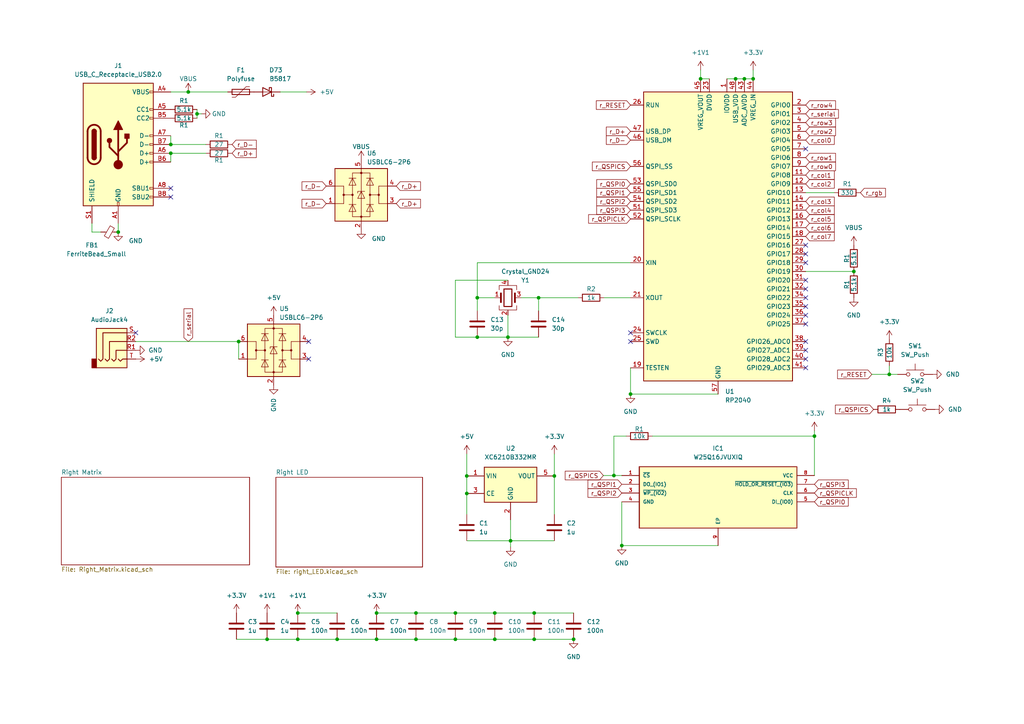
<source format=kicad_sch>
(kicad_sch (version 20230121) (generator eeschema)
  (paper "A4")
  (lib_symbols
    (symbol "Connector:USB_C_Receptacle_USB2.0" (pin_names (offset 1.016))
      (property "Reference" "J" (at -10.16 19.05 0))
      (property "Value" "USB_C_Receptacle_USB2.0" (at 19.05 19.05 0))
      (symbol "USB_C_Receptacle_USB2.0_0_0"
        (rectangle (start -0.254 -17.78) (end 0.254 -16.764))
        (rectangle (start 10.16 -14.986) (end 9.144 -15.494))
        (rectangle (start 10.16 -12.446) (end 9.144 -12.954))
        (rectangle (start 10.16 -4.826) (end 9.144 -5.334))
        (rectangle (start 10.16 -2.286) (end 9.144 -2.794))
        (rectangle (start 10.16 0.254) (end 9.144 -0.254))
        (rectangle (start 10.16 2.794) (end 9.144 2.286))
        (rectangle (start 10.16 7.874) (end 9.144 7.366))
        (rectangle (start 10.16 10.414) (end 9.144 9.906))
        (rectangle (start 10.16 15.494) (end 9.144 14.986))
      )
      (symbol "USB_C_Receptacle_USB2.0_0_1"
        (rectangle (start -10.16 17.78) (end 10.16 -17.78) (stroke (width 0.254)) (fill (type background)))
        (arc (start -8.89 -3.81) (mid -6.985 -5.7067) (end -5.08 -3.81) (stroke (width 0.508)))
        (arc (start -7.62 -3.81) (mid -6.985 -4.4423) (end -6.35 -3.81) (stroke (width 0.254)))
        (arc (start -7.62 -3.81) (mid -6.985 -4.4423) (end -6.35 -3.81) (stroke (width 0.254)) (fill (type outline)))
        (rectangle (start -7.62 -3.81) (end -6.35 3.81) (stroke (width 0.254)) (fill (type outline)))
        (arc (start -6.35 3.81) (mid -6.985 4.4423) (end -7.62 3.81) (stroke (width 0.254)))
        (arc (start -6.35 3.81) (mid -6.985 4.4423) (end -7.62 3.81) (stroke (width 0.254)) (fill (type outline)))
        (arc (start -5.08 3.81) (mid -6.985 5.7067) (end -8.89 3.81) (stroke (width 0.508)))
        (circle (center -2.54 1.143) (radius 0.635) (stroke (width 0.254)) (fill (type outline)))
        (circle (center 0 -5.842) (radius 1.27) (fill (type outline)))
        (polyline (pts (xy -8.89 -3.81) (xy -8.89 3.81)) (stroke (width 0.508)))
        (polyline (pts (xy -5.08 3.81) (xy -5.08 -3.81)) (stroke (width 0.508)))
        (polyline (pts (xy 0 -5.842) (xy 0 4.318)) (stroke (width 0.508)))
        (polyline (pts (xy 0 -3.302) (xy -2.54 -0.762) (xy -2.54 0.508)) (stroke (width 0.508)))
        (polyline (pts (xy 0 -2.032) (xy 2.54 0.508) (xy 2.54 1.778)) (stroke (width 0.508)))
        (polyline (pts (xy -1.27 4.318) (xy 0 6.858) (xy 1.27 4.318) (xy -1.27 4.318)) (stroke (width 0.254)) (fill (type outline)))
        (rectangle (start 1.905 1.778) (end 3.175 3.048) (stroke (width 0.254)) (fill (type outline)))
      )
      (symbol "USB_C_Receptacle_USB2.0_1_1"
        (pin passive line (at 0 -22.86 90) (length 5.08) (name "GND") (number "A1"))
        (pin passive line (at 0 -22.86 90) (length 5.08) hide (name "GND") (number "A12"))
        (pin passive line (at 15.24 15.24 180) (length 5.08) (name "VBUS") (number "A4"))
        (pin bidirectional line (at 15.24 10.16 180) (length 5.08) (name "CC1") (number "A5"))
        (pin bidirectional line (at 15.24 -2.54 180) (length 5.08) (name "D+") (number "A6"))
        (pin bidirectional line (at 15.24 2.54 180) (length 5.08) (name "D-") (number "A7"))
        (pin bidirectional line (at 15.24 -12.7 180) (length 5.08) (name "SBU1") (number "A8"))
        (pin passive line (at 15.24 15.24 180) (length 5.08) hide (name "VBUS") (number "A9"))
        (pin passive line (at 0 -22.86 90) (length 5.08) hide (name "GND") (number "B1"))
        (pin passive line (at 0 -22.86 90) (length 5.08) hide (name "GND") (number "B12"))
        (pin passive line (at 15.24 15.24 180) (length 5.08) hide (name "VBUS") (number "B4"))
        (pin bidirectional line (at 15.24 7.62 180) (length 5.08) (name "CC2") (number "B5"))
        (pin bidirectional line (at 15.24 -5.08 180) (length 5.08) (name "D+") (number "B6"))
        (pin bidirectional line (at 15.24 0 180) (length 5.08) (name "D-") (number "B7"))
        (pin bidirectional line (at 15.24 -15.24 180) (length 5.08) (name "SBU2") (number "B8"))
        (pin passive line (at 15.24 15.24 180) (length 5.08) hide (name "VBUS") (number "B9"))
        (pin passive line (at -7.62 -22.86 90) (length 5.08) (name "SHIELD") (number "S1"))
      )
    )
    (symbol "Connector_Audio:AudioJack4"
      (property "Reference" "J" (at 0 8.89 0))
      (property "Value" "AudioJack4" (at 0 6.35 0))
      (symbol "AudioJack4_0_1"
        (rectangle (start -6.35 -5.08) (end -7.62 -7.62) (stroke (width 0.254)) (fill (type outline)))
        (polyline (pts (xy 0 -5.08) (xy 0.635 -5.715) (xy 1.27 -5.08) (xy 2.54 -5.08)) (stroke (width 0.254)))
        (polyline (pts (xy -5.715 -5.08) (xy -5.08 -5.715) (xy -4.445 -5.08) (xy -4.445 2.54) (xy 2.54 2.54)) (stroke (width 0.254)))
        (polyline (pts (xy -1.905 -5.08) (xy -1.27 -5.715) (xy -0.635 -5.08) (xy -0.635 -2.54) (xy 2.54 -2.54)) (stroke (width 0.254)))
        (polyline (pts (xy 2.54 0) (xy -2.54 0) (xy -2.54 -5.08) (xy -3.175 -5.715) (xy -3.81 -5.08)) (stroke (width 0.254)))
        (rectangle (start 2.54 3.81) (end -6.35 -7.62) (stroke (width 0.254)) (fill (type background)))
      )
      (symbol "AudioJack4_1_1"
        (pin passive line (at 5.08 -2.54 180) (length 2.54) (name "~") (number "R1"))
        (pin passive line (at 5.08 0 180) (length 2.54) (name "~") (number "R2"))
        (pin passive line (at 5.08 2.54 180) (length 2.54) (name "~") (number "S"))
        (pin passive line (at 5.08 -5.08 180) (length 2.54) (name "~") (number "T"))
      )
    )
    (symbol "Device:C" (pin_numbers hide) (pin_names (offset 0.254))
      (property "Reference" "C" (at 0.635 2.54 0))
      (property "Value" "C" (at 0.635 -2.54 0))
      (symbol "C_0_1"
        (polyline (pts (xy -2.032 -0.762) (xy 2.032 -0.762)) (stroke (width 0.508)))
        (polyline (pts (xy -2.032 0.762) (xy 2.032 0.762)) (stroke (width 0.508)))
      )
      (symbol "C_1_1"
        (pin passive line (at 0 3.81 270) (length 2.794) (name "~") (number "1"))
        (pin passive line (at 0 -3.81 90) (length 2.794) (name "~") (number "2"))
      )
    )
    (symbol "Device:Crystal_GND24" (pin_names (offset 1.016) hide)
      (property "Reference" "Y" (at 3.175 5.08 0))
      (property "Value" "Crystal_GND24" (at 3.175 3.175 0))
      (symbol "Crystal_GND24_0_1"
        (rectangle (start -1.143 2.54) (end 1.143 -2.54) (stroke (width 0.3048)))
        (polyline (pts (xy -2.54 0) (xy -2.032 0)))
        (polyline (pts (xy -2.032 -1.27) (xy -2.032 1.27)) (stroke (width 0.508)))
        (polyline (pts (xy 0 -3.81) (xy 0 -3.556)))
        (polyline (pts (xy 0 3.556) (xy 0 3.81)))
        (polyline (pts (xy 2.032 -1.27) (xy 2.032 1.27)) (stroke (width 0.508)))
        (polyline (pts (xy 2.032 0) (xy 2.54 0)))
        (polyline (pts (xy -2.54 -2.286) (xy -2.54 -3.556) (xy 2.54 -3.556) (xy 2.54 -2.286)))
        (polyline (pts (xy -2.54 2.286) (xy -2.54 3.556) (xy 2.54 3.556) (xy 2.54 2.286)))
      )
      (symbol "Crystal_GND24_1_1"
        (pin passive line (at -3.81 0 0) (length 1.27) (name "1") (number "1"))
        (pin passive line (at 0 5.08 270) (length 1.27) (name "2") (number "2"))
        (pin passive line (at 3.81 0 180) (length 1.27) (name "3") (number "3"))
        (pin passive line (at 0 -5.08 90) (length 1.27) (name "4") (number "4"))
      )
    )
    (symbol "Device:D_Schottky" (pin_numbers hide) (pin_names (offset 1.016) hide)
      (property "Reference" "D" (at 0 2.54 0))
      (property "Value" "D_Schottky" (at 0 -2.54 0))
      (symbol "D_Schottky_0_1"
        (polyline (pts (xy 1.27 0) (xy -1.27 0)))
        (polyline (pts (xy 1.27 1.27) (xy 1.27 -1.27) (xy -1.27 0) (xy 1.27 1.27)) (stroke (width 0.254)))
        (polyline (pts (xy -1.905 0.635) (xy -1.905 1.27) (xy -1.27 1.27) (xy -1.27 -1.27) (xy -0.635 -1.27) (xy -0.635 -0.635)) (stroke (width 0.254)))
      )
      (symbol "D_Schottky_1_1"
        (pin passive line (at -3.81 0 0) (length 2.54) (name "K") (number "1"))
        (pin passive line (at 3.81 0 180) (length 2.54) (name "A") (number "2"))
      )
    )
    (symbol "Device:FerriteBead_Small" (pin_numbers hide) (pin_names (offset 0))
      (property "Reference" "FB" (at 1.905 1.27 0))
      (property "Value" "FerriteBead_Small" (at 1.905 -1.27 0))
      (symbol "FerriteBead_Small_0_1"
        (polyline (pts (xy 0 -1.27) (xy 0 -0.7874)))
        (polyline (pts (xy 0 0.889) (xy 0 1.2954)))
        (polyline (pts (xy -1.8288 0.2794) (xy -1.1176 1.4986) (xy 1.8288 -0.2032) (xy 1.1176 -1.4224) (xy -1.8288 0.2794)))
      )
      (symbol "FerriteBead_Small_1_1"
        (pin passive line (at 0 2.54 270) (length 1.27) (name "~") (number "1"))
        (pin passive line (at 0 -2.54 90) (length 1.27) (name "~") (number "2"))
      )
    )
    (symbol "Device:Polyfuse" (pin_numbers hide) (pin_names (offset 0))
      (property "Reference" "F" (at -2.54 0 90))
      (property "Value" "Polyfuse" (at 2.54 0 90))
      (symbol "Polyfuse_0_1"
        (rectangle (start -0.762 2.54) (end 0.762 -2.54) (stroke (width 0.254)))
        (polyline (pts (xy 0 2.54) (xy 0 -2.54)))
        (polyline (pts (xy -1.524 2.54) (xy -1.524 1.524) (xy 1.524 -1.524) (xy 1.524 -2.54)))
      )
      (symbol "Polyfuse_1_1"
        (pin passive line (at 0 3.81 270) (length 1.27) (name "~") (number "1"))
        (pin passive line (at 0 -3.81 90) (length 1.27) (name "~") (number "2"))
      )
    )
    (symbol "Device:R" (pin_numbers hide) (pin_names (offset 0))
      (property "Reference" "R" (at 2.032 0 90))
      (property "Value" "R" (at 0 0 90))
      (symbol "R_0_1"
        (rectangle (start -1.016 -2.54) (end 1.016 2.54) (stroke (width 0.254)))
      )
      (symbol "R_1_1"
        (pin passive line (at 0 3.81 270) (length 1.27) (name "~") (number "1"))
        (pin passive line (at 0 -3.81 90) (length 1.27) (name "~") (number "2"))
      )
    )
    (symbol "MCU_RaspberryPi:RP2040"
      (property "Reference" "U" (at 17.78 45.72 0))
      (property "Value" "RP2040" (at 17.78 43.18 0))
      (symbol "RP2040_0_1"
        (rectangle (start -21.59 41.91) (end 21.59 -41.91) (stroke (width 0.254)) (fill (type background)))
      )
      (symbol "RP2040_1_1"
        (pin power_in line (at 2.54 45.72 270) (length 3.81) (name "IOVDD") (number "1"))
        (pin passive line (at 2.54 45.72 270) (length 3.81) hide (name "IOVDD") (number "10"))
        (pin bidirectional line (at 25.4 17.78 180) (length 3.81) (name "GPIO8") (number "11"))
        (pin bidirectional line (at 25.4 15.24 180) (length 3.81) (name "GPIO9") (number "12"))
        (pin bidirectional line (at 25.4 12.7 180) (length 3.81) (name "GPIO10") (number "13"))
        (pin bidirectional line (at 25.4 10.16 180) (length 3.81) (name "GPIO11") (number "14"))
        (pin bidirectional line (at 25.4 7.62 180) (length 3.81) (name "GPIO12") (number "15"))
        (pin bidirectional line (at 25.4 5.08 180) (length 3.81) (name "GPIO13") (number "16"))
        (pin bidirectional line (at 25.4 2.54 180) (length 3.81) (name "GPIO14") (number "17"))
        (pin bidirectional line (at 25.4 0 180) (length 3.81) (name "GPIO15") (number "18"))
        (pin input line (at -25.4 -38.1 0) (length 3.81) (name "TESTEN") (number "19"))
        (pin bidirectional line (at 25.4 38.1 180) (length 3.81) (name "GPIO0") (number "2"))
        (pin input line (at -25.4 -7.62 0) (length 3.81) (name "XIN") (number "20"))
        (pin passive line (at -25.4 -17.78 0) (length 3.81) (name "XOUT") (number "21"))
        (pin passive line (at 2.54 45.72 270) (length 3.81) hide (name "IOVDD") (number "22"))
        (pin power_in line (at -2.54 45.72 270) (length 3.81) (name "DVDD") (number "23"))
        (pin output line (at -25.4 -27.94 0) (length 3.81) (name "SWCLK") (number "24"))
        (pin bidirectional line (at -25.4 -30.48 0) (length 3.81) (name "SWD") (number "25"))
        (pin input line (at -25.4 38.1 0) (length 3.81) (name "RUN") (number "26"))
        (pin bidirectional line (at 25.4 -2.54 180) (length 3.81) (name "GPIO16") (number "27"))
        (pin bidirectional line (at 25.4 -5.08 180) (length 3.81) (name "GPIO17") (number "28"))
        (pin bidirectional line (at 25.4 -7.62 180) (length 3.81) (name "GPIO18") (number "29"))
        (pin bidirectional line (at 25.4 35.56 180) (length 3.81) (name "GPIO1") (number "3"))
        (pin bidirectional line (at 25.4 -10.16 180) (length 3.81) (name "GPIO19") (number "30"))
        (pin bidirectional line (at 25.4 -12.7 180) (length 3.81) (name "GPIO20") (number "31"))
        (pin bidirectional line (at 25.4 -15.24 180) (length 3.81) (name "GPIO21") (number "32"))
        (pin passive line (at 2.54 45.72 270) (length 3.81) hide (name "IOVDD") (number "33"))
        (pin bidirectional line (at 25.4 -17.78 180) (length 3.81) (name "GPIO22") (number "34"))
        (pin bidirectional line (at 25.4 -20.32 180) (length 3.81) (name "GPIO23") (number "35"))
        (pin bidirectional line (at 25.4 -22.86 180) (length 3.81) (name "GPIO24") (number "36"))
        (pin bidirectional line (at 25.4 -25.4 180) (length 3.81) (name "GPIO25") (number "37"))
        (pin bidirectional line (at 25.4 -30.48 180) (length 3.81) (name "GPIO26_ADC0") (number "38"))
        (pin bidirectional line (at 25.4 -33.02 180) (length 3.81) (name "GPIO27_ADC1") (number "39"))
        (pin bidirectional line (at 25.4 33.02 180) (length 3.81) (name "GPIO2") (number "4"))
        (pin bidirectional line (at 25.4 -35.56 180) (length 3.81) (name "GPIO28_ADC2") (number "40"))
        (pin bidirectional line (at 25.4 -38.1 180) (length 3.81) (name "GPIO29_ADC3") (number "41"))
        (pin passive line (at 2.54 45.72 270) (length 3.81) hide (name "IOVDD") (number "42"))
        (pin power_in line (at 7.62 45.72 270) (length 3.81) (name "ADC_AVDD") (number "43"))
        (pin power_in line (at 10.16 45.72 270) (length 3.81) (name "VREG_IN") (number "44"))
        (pin power_out line (at -5.08 45.72 270) (length 3.81) (name "VREG_VOUT") (number "45"))
        (pin bidirectional line (at -25.4 27.94 0) (length 3.81) (name "USB_DM") (number "46"))
        (pin bidirectional line (at -25.4 30.48 0) (length 3.81) (name "USB_DP") (number "47"))
        (pin power_in line (at 5.08 45.72 270) (length 3.81) (name "USB_VDD") (number "48"))
        (pin passive line (at 2.54 45.72 270) (length 3.81) hide (name "IOVDD") (number "49"))
        (pin bidirectional line (at 25.4 30.48 180) (length 3.81) (name "GPIO3") (number "5"))
        (pin passive line (at -2.54 45.72 270) (length 3.81) hide (name "DVDD") (number "50"))
        (pin bidirectional line (at -25.4 7.62 0) (length 3.81) (name "QSPI_SD3") (number "51"))
        (pin output line (at -25.4 5.08 0) (length 3.81) (name "QSPI_SCLK") (number "52"))
        (pin bidirectional line (at -25.4 15.24 0) (length 3.81) (name "QSPI_SD0") (number "53"))
        (pin bidirectional line (at -25.4 10.16 0) (length 3.81) (name "QSPI_SD2") (number "54"))
        (pin bidirectional line (at -25.4 12.7 0) (length 3.81) (name "QSPI_SD1") (number "55"))
        (pin bidirectional line (at -25.4 20.32 0) (length 3.81) (name "QSPI_SS") (number "56"))
        (pin power_in line (at 0 -45.72 90) (length 3.81) (name "GND") (number "57"))
        (pin bidirectional line (at 25.4 27.94 180) (length 3.81) (name "GPIO4") (number "6"))
        (pin bidirectional line (at 25.4 25.4 180) (length 3.81) (name "GPIO5") (number "7"))
        (pin bidirectional line (at 25.4 22.86 180) (length 3.81) (name "GPIO6") (number "8"))
        (pin bidirectional line (at 25.4 20.32 180) (length 3.81) (name "GPIO7") (number "9"))
      )
    )
    (symbol "Power_Protection:USBLC6-2P6" (pin_names hide)
      (property "Reference" "U" (at 2.54 8.89 0))
      (property "Value" "USBLC6-2P6" (at 2.54 -8.89 0))
      (symbol "USBLC6-2P6_0_1"
        (rectangle (start -7.62 -7.62) (end 7.62 7.62) (stroke (width 0.254)) (fill (type background)))
        (circle (center -5.08 0) (radius 0.254) (fill (type outline)))
        (circle (center -2.54 0) (radius 0.254) (fill (type outline)))
        (rectangle (start -2.54 6.35) (end 2.54 -6.35))
        (circle (center 0 -6.35) (radius 0.254) (fill (type outline)))
        (polyline (pts (xy -5.08 -2.54) (xy -7.62 -2.54)))
        (polyline (pts (xy -5.08 0) (xy -5.08 -2.54)))
        (polyline (pts (xy -5.08 2.54) (xy -7.62 2.54)))
        (polyline (pts (xy -1.524 -2.794) (xy -3.556 -2.794)))
        (polyline (pts (xy -1.524 4.826) (xy -3.556 4.826)))
        (polyline (pts (xy 0 -7.62) (xy 0 -6.35)))
        (polyline (pts (xy 0 -6.35) (xy 0 1.27)))
        (polyline (pts (xy 0 1.27) (xy 0 6.35)))
        (polyline (pts (xy 0 6.35) (xy 0 7.62)))
        (polyline (pts (xy 1.524 -2.794) (xy 3.556 -2.794)))
        (polyline (pts (xy 1.524 4.826) (xy 3.556 4.826)))
        (polyline (pts (xy 5.08 -2.54) (xy 7.62 -2.54)))
        (polyline (pts (xy 5.08 0) (xy 5.08 -2.54)))
        (polyline (pts (xy 5.08 2.54) (xy 7.62 2.54)))
        (polyline (pts (xy -2.54 0) (xy -5.08 0) (xy -5.08 2.54)))
        (polyline (pts (xy 2.54 0) (xy 5.08 0) (xy 5.08 2.54)))
        (polyline (pts (xy -3.556 -4.826) (xy -1.524 -4.826) (xy -2.54 -2.794) (xy -3.556 -4.826)))
        (polyline (pts (xy -3.556 2.794) (xy -1.524 2.794) (xy -2.54 4.826) (xy -3.556 2.794)))
        (polyline (pts (xy -1.016 -1.016) (xy 1.016 -1.016) (xy 0 1.016) (xy -1.016 -1.016)))
        (polyline (pts (xy 1.016 1.016) (xy 0.762 1.016) (xy -1.016 1.016) (xy -1.016 0.508)))
        (polyline (pts (xy 3.556 -4.826) (xy 1.524 -4.826) (xy 2.54 -2.794) (xy 3.556 -4.826)))
        (polyline (pts (xy 3.556 2.794) (xy 1.524 2.794) (xy 2.54 4.826) (xy 3.556 2.794)))
        (circle (center 0 6.35) (radius 0.254) (fill (type outline)))
        (circle (center 2.54 0) (radius 0.254) (fill (type outline)))
        (circle (center 5.08 0) (radius 0.254) (fill (type outline)))
      )
      (symbol "USBLC6-2P6_1_1"
        (pin passive line (at -10.16 -2.54 0) (length 2.54) (name "I/O1") (number "1"))
        (pin passive line (at 0 -10.16 90) (length 2.54) (name "GND") (number "2"))
        (pin passive line (at 10.16 -2.54 180) (length 2.54) (name "I/O2") (number "3"))
        (pin passive line (at 10.16 2.54 180) (length 2.54) (name "I/O2") (number "4"))
        (pin passive line (at 0 10.16 270) (length 2.54) (name "VBUS") (number "5"))
        (pin passive line (at -10.16 2.54 0) (length 2.54) (name "I/O1") (number "6"))
      )
    )
    (symbol "Regulator_Linear:XC6210B332MR"
      (property "Reference" "U" (at 0 8.89 0))
      (property "Value" "XC6210B332MR" (at 0 6.35 0))
      (symbol "XC6210B332MR_0_1"
        (rectangle (start -7.62 5.08) (end 7.62 -5.08) (stroke (width 0.254)) (fill (type background)))
      )
      (symbol "XC6210B332MR_1_1"
        (pin power_in line (at -12.7 2.54 0) (length 5.08) (name "VIN") (number "1"))
        (pin power_in line (at 0 -10.16 90) (length 5.08) (name "GND") (number "2"))
        (pin input line (at -12.7 -2.54 0) (length 5.08) (name "CE") (number "3"))
        (pin no_connect line (at 12.7 -2.54 180) (length 5.08) hide (name "NC") (number "4"))
        (pin power_out line (at 12.7 2.54 180) (length 5.08) (name "VOUT") (number "5"))
      )
    )
    (symbol "Switch:SW_Push" (pin_numbers hide) (pin_names (offset 1.016) hide)
      (property "Reference" "SW" (at 1.27 2.54 0))
      (property "Value" "SW_Push" (at 0 -1.524 0))
      (symbol "SW_Push_0_1"
        (circle (center -2.032 0) (radius 0.508))
        (polyline (pts (xy 0 1.27) (xy 0 3.048)))
        (polyline (pts (xy 2.54 1.27) (xy -2.54 1.27)))
        (circle (center 2.032 0) (radius 0.508))
        (pin passive line (at -5.08 0 0) (length 2.54) (name "1") (number "1"))
        (pin passive line (at 5.08 0 180) (length 2.54) (name "2") (number "2"))
      )
    )
    (symbol "W25Q16JVUXIQ:W25Q16JVUXIQ" (pin_names (offset 1.016))
      (property "Reference" "IC" (at 52.07 7.62 0))
      (property "Value" "W25Q16JVUXIQ" (at 52.07 5.08 0))
      (symbol "W25Q16JVUXIQ_0_0"
        (polyline (pts (xy 5.08 2.54) (xy 5.08 -15.24)) (stroke (width 0.254)))
        (rectangle (start 5.08 -15.24) (end 50.8 2.54) (stroke (width 0.254)) (fill (type background)))
        (pin bidirectional line (at 0 0 0) (length 5.08) (name "~{CS}") (number "1"))
        (pin bidirectional line (at 0 -2.54 0) (length 5.08) (name "DO_(IO1)") (number "2"))
        (pin bidirectional line (at 0 -5.08 0) (length 5.08) (name "~{WP_(IO2})") (number "3"))
        (pin bidirectional line (at 0 -7.62 0) (length 5.08) (name "GND") (number "4"))
        (pin bidirectional line (at 55.88 -7.62 180) (length 5.08) (name "DI_(IO0)") (number "5"))
        (pin bidirectional line (at 55.88 -5.08 180) (length 5.08) (name "CLK") (number "6"))
        (pin bidirectional line (at 55.88 -2.54 180) (length 5.08) (name "~{HOLD_OR_RESET_(IO3})") (number "7"))
        (pin bidirectional line (at 55.88 0 180) (length 5.08) (name "VCC") (number "8"))
        (pin bidirectional line (at 27.94 -20.32 90) (length 5.08) (name "EP") (number "9"))
      )
    )
    (symbol "power:+1V1" (power) (pin_names (offset 0))
      (property "Value" "+1V1" (at 0 3.556 0))
      (symbol "+1V1_0_1"
        (polyline (pts (xy -0.762 1.27) (xy 0 2.54)))
        (polyline (pts (xy 0 0) (xy 0 2.54)))
        (polyline (pts (xy 0 2.54) (xy 0.762 1.27)))
      )
      (symbol "+1V1_1_1"
        (pin power_in line (at 0 0 90) (length 0) hide (name "+1V1") (number "1"))
      )
    )
    (symbol "power:+3.3V" (power) (pin_names (offset 0))
      (property "Value" "+3.3V" (at 0 3.556 0))
      (symbol "+3.3V_0_1"
        (polyline (pts (xy -0.762 1.27) (xy 0 2.54)))
        (polyline (pts (xy 0 0) (xy 0 2.54)))
        (polyline (pts (xy 0 2.54) (xy 0.762 1.27)))
      )
      (symbol "+3.3V_1_1"
        (pin power_in line (at 0 0 90) (length 0) hide (name "+3.3V") (number "1"))
      )
    )
    (symbol "power:+5V" (power) (pin_names (offset 0))
      (property "Value" "+5V" (at 0 3.556 0))
      (symbol "+5V_0_1"
        (polyline (pts (xy -0.762 1.27) (xy 0 2.54)))
        (polyline (pts (xy 0 0) (xy 0 2.54)))
        (polyline (pts (xy 0 2.54) (xy 0.762 1.27)))
      )
      (symbol "+5V_1_1"
        (pin power_in line (at 0 0 90) (length 0) hide (name "+5V") (number "1"))
      )
    )
    (symbol "power:GND" (power) (pin_names (offset 0))
      (property "Value" "GND" (at 0 -3.81 0))
      (symbol "GND_0_1"
        (polyline (pts (xy 0 0) (xy 0 -1.27) (xy 1.27 -1.27) (xy 0 -2.54) (xy -1.27 -1.27) (xy 0 -1.27)))
      )
      (symbol "GND_1_1"
        (pin power_in line (at 0 0 270) (length 0) hide (name "GND") (number "1"))
      )
    )
    (symbol "power:VBUS" (power) (pin_names (offset 0))
      (property "Value" "VBUS" (at 0 3.81 0))
      (symbol "VBUS_0_1"
        (polyline (pts (xy -0.762 1.27) (xy 0 2.54)))
        (polyline (pts (xy 0 0) (xy 0 2.54)))
        (polyline (pts (xy 0 2.54) (xy 0.762 1.27)))
      )
      (symbol "VBUS_1_1"
        (pin power_in line (at 0 0 90) (length 0) hide (name "VBUS") (number "1"))
      )
    )
  )
  (junction (at 57.15 33.02))
  (junction (at 135.382 143.129))
  (junction (at 138.43 97.79))
  (junction (at 247.65 78.74))
  (junction (at 154.94 177.8))
  (junction (at 178.054 137.922))
  (junction (at 180.34 158.242))
  (junction (at 156.21 86.36))
  (junction (at 166.37 185.42))
  (junction (at 182.88 114.3))
  (junction (at 49.53 44.45))
  (junction (at 132.08 185.42))
  (junction (at 86.36 185.42))
  (junction (at 147.32 97.79))
  (junction (at 236.22 126.492))
  (junction (at 132.08 177.8))
  (junction (at 54.61 26.67))
  (junction (at 215.9 22.86))
  (junction (at 218.44 22.86))
  (junction (at 257.937 108.585))
  (junction (at 213.36 22.86))
  (junction (at 203.2 22.86))
  (junction (at 69.215 99.06))
  (junction (at 120.65 185.42))
  (junction (at 160.782 138.049))
  (junction (at 34.29 67.31))
  (junction (at 97.79 185.42))
  (junction (at 77.47 185.42))
  (junction (at 120.65 177.8))
  (junction (at 143.51 185.42))
  (junction (at 109.22 185.42))
  (junction (at 154.94 185.42))
  (junction (at 148.082 156.845))
  (junction (at 135.382 138.049))
  (junction (at 86.36 177.8))
  (junction (at 49.53 41.91))
  (junction (at 143.51 177.8))
  (junction (at 109.22 177.8))
  (junction (at 138.43 86.36))
  (no_connect (at 49.53 54.61))
  (no_connect (at 49.53 57.15))
  (no_connect (at 233.68 91.44))
  (no_connect (at 233.68 71.12))
  (no_connect (at 233.68 99.06))
  (no_connect (at 233.68 76.2))
  (no_connect (at 233.68 93.98))
  (no_connect (at 182.88 99.06))
  (no_connect (at 182.88 96.52))
  (no_connect (at 233.68 81.28))
  (no_connect (at 89.535 99.06))
  (no_connect (at 39.37 96.52))
  (no_connect (at 233.68 88.9))
  (no_connect (at 233.68 101.6))
  (no_connect (at 233.68 104.14))
  (no_connect (at 233.68 86.36))
  (no_connect (at 233.68 106.68))
  (no_connect (at 233.68 83.82))
  (no_connect (at 89.535 104.14))
  (no_connect (at 233.68 43.18))
  (no_connect (at 233.68 73.66))
  (wire (pts (xy 210.82 22.86) (xy 213.36 22.86)))
  (wire (pts (xy 213.36 22.86) (xy 215.9 22.86)))
  (wire (pts (xy 120.65 185.42) (xy 132.08 185.42)))
  (wire (pts (xy 151.13 86.36) (xy 156.21 86.36)))
  (wire (pts (xy 26.67 67.31) (xy 29.21 67.31)))
  (wire (pts (xy 257.937 108.585) (xy 257.937 106.045)))
  (wire (pts (xy 49.53 39.37) (xy 49.53 41.91)))
  (wire (pts (xy 180.34 158.242) (xy 208.28 158.242)))
  (wire (pts (xy 97.79 185.42) (xy 109.22 185.42)))
  (wire (pts (xy 132.08 185.42) (xy 143.51 185.42)))
  (wire (pts (xy 182.88 106.68) (xy 182.88 114.3)))
  (wire (pts (xy 236.22 126.492) (xy 236.22 137.922)))
  (wire (pts (xy 148.082 156.845) (xy 160.782 156.845)))
  (wire (pts (xy 68.58 185.42) (xy 77.47 185.42)))
  (wire (pts (xy 160.782 149.225) (xy 160.782 138.049)))
  (wire (pts (xy 160.782 131.699) (xy 160.782 138.049)))
  (wire (pts (xy 132.08 177.8) (xy 143.51 177.8)))
  (wire (pts (xy 156.21 86.36) (xy 156.21 90.17)))
  (wire (pts (xy 109.22 185.42) (xy 120.65 185.42)))
  (wire (pts (xy 143.51 185.42) (xy 154.94 185.42)))
  (wire (pts (xy 147.32 91.44) (xy 147.32 97.79)))
  (wire (pts (xy 138.43 86.36) (xy 138.43 76.2)))
  (wire (pts (xy 147.32 97.79) (xy 156.21 97.79)))
  (wire (pts (xy 138.43 90.17) (xy 138.43 86.36)))
  (wire (pts (xy 135.382 143.129) (xy 135.382 149.225)))
  (wire (pts (xy 86.36 185.42) (xy 97.79 185.42)))
  (wire (pts (xy 135.382 138.049) (xy 135.382 143.129)))
  (wire (pts (xy 49.53 44.45) (xy 59.69 44.45)))
  (wire (pts (xy 138.43 76.2) (xy 182.88 76.2)))
  (wire (pts (xy 189.23 126.492) (xy 236.22 126.492)))
  (wire (pts (xy 135.382 131.699) (xy 135.382 138.049)))
  (wire (pts (xy 81.28 26.67) (xy 88.9 26.67)))
  (wire (pts (xy 178.054 137.922) (xy 178.054 126.492)))
  (wire (pts (xy 148.082 156.845) (xy 148.082 158.623)))
  (wire (pts (xy 236.22 124.968) (xy 236.22 126.492)))
  (wire (pts (xy 233.68 78.74) (xy 247.65 78.74)))
  (wire (pts (xy 154.94 185.42) (xy 166.37 185.42)))
  (wire (pts (xy 148.082 150.749) (xy 148.082 156.845)))
  (wire (pts (xy 57.15 33.02) (xy 57.15 34.29)))
  (wire (pts (xy 39.37 99.06) (xy 69.215 99.06)))
  (wire (pts (xy 69.215 99.06) (xy 69.215 104.14)))
  (wire (pts (xy 57.15 33.02) (xy 58.42 33.02)))
  (wire (pts (xy 26.67 64.77) (xy 26.67 67.31)))
  (wire (pts (xy 143.51 177.8) (xy 154.94 177.8)))
  (wire (pts (xy 252.857 108.585) (xy 257.937 108.585)))
  (wire (pts (xy 135.382 156.845) (xy 148.082 156.845)))
  (wire (pts (xy 233.68 55.88) (xy 241.935 55.88)))
  (wire (pts (xy 132.08 81.28) (xy 132.08 97.79)))
  (wire (pts (xy 154.94 177.8) (xy 166.37 177.8)))
  (wire (pts (xy 120.65 177.8) (xy 132.08 177.8)))
  (wire (pts (xy 109.22 177.8) (xy 120.65 177.8)))
  (wire (pts (xy 138.43 86.36) (xy 143.51 86.36)))
  (wire (pts (xy 156.21 86.36) (xy 167.64 86.36)))
  (wire (pts (xy 147.32 81.28) (xy 132.08 81.28)))
  (wire (pts (xy 49.53 26.67) (xy 54.61 26.67)))
  (wire (pts (xy 57.15 31.75) (xy 57.15 33.02)))
  (wire (pts (xy 49.53 44.45) (xy 49.53 46.99)))
  (wire (pts (xy 180.34 145.542) (xy 180.34 158.242)))
  (wire (pts (xy 178.054 137.922) (xy 180.34 137.922)))
  (wire (pts (xy 203.2 22.86) (xy 205.74 22.86)))
  (wire (pts (xy 34.29 64.77) (xy 34.29 67.31)))
  (wire (pts (xy 138.43 97.79) (xy 147.32 97.79)))
  (wire (pts (xy 215.9 22.86) (xy 218.44 22.86)))
  (wire (pts (xy 257.937 108.585) (xy 260.35 108.585)))
  (wire (pts (xy 49.53 41.91) (xy 59.69 41.91)))
  (wire (pts (xy 77.47 185.42) (xy 86.36 185.42)))
  (wire (pts (xy 203.2 20.32) (xy 203.2 22.86)))
  (wire (pts (xy 175.006 137.922) (xy 178.054 137.922)))
  (wire (pts (xy 175.26 86.36) (xy 182.88 86.36)))
  (wire (pts (xy 54.61 26.67) (xy 66.04 26.67)))
  (wire (pts (xy 86.36 177.8) (xy 97.79 177.8)))
  (wire (pts (xy 182.88 114.3) (xy 208.28 114.3)))
  (wire (pts (xy 132.08 97.79) (xy 138.43 97.79)))
  (wire (pts (xy 218.44 20.32) (xy 218.44 22.86)))
  (wire (pts (xy 178.054 126.492) (xy 181.61 126.492)))
  (global_label "r_row2" (shape input) (at 233.68 38.1 0) (property "Intersheetrefs" "${INTERSHEET_REFS}" (effects hide)))
  (global_label "r_QSPI1" (shape input) (at 180.34 140.462 180) (property "Intersheetrefs" "${INTERSHEET_REFS}" (effects hide)))
  (global_label "r_col6" (shape input) (at 233.68 66.04 0) (property "Intersheetrefs" "${INTERSHEET_REFS}" (effects hide)))
  (global_label "r_row0" (shape input) (at 233.68 48.26 0) (property "Intersheetrefs" "${INTERSHEET_REFS}" (effects hide)))
  (global_label "r_row4" (shape input) (at 233.68 30.48 0) (property "Intersheetrefs" "${INTERSHEET_REFS}" (effects hide)))
  (global_label "r_QSPI0" (shape input) (at 236.22 145.542 0) (property "Intersheetrefs" "${INTERSHEET_REFS}" (effects hide)))
  (global_label "r_rgb" (shape input) (at 249.555 55.88 0) (property "Intersheetrefs" "${INTERSHEET_REFS}" (effects hide)))
  (global_label "r_QSPI0" (shape input) (at 182.88 53.34 180) (property "Intersheetrefs" "${INTERSHEET_REFS}" (effects hide)))
  (global_label "r_QSPI2" (shape input) (at 180.34 143.002 180) (property "Intersheetrefs" "${INTERSHEET_REFS}" (effects hide)))
  (global_label "r_QSPI3" (shape input) (at 236.22 140.462 0) (property "Intersheetrefs" "${INTERSHEET_REFS}" (effects hide)))
  (global_label "r_D-" (shape input) (at 94.615 53.975 180) (property "Intersheetrefs" "${INTERSHEET_REFS}" (effects hide)))
  (global_label "r_col0" (shape input) (at 233.68 40.64 0) (property "Intersheetrefs" "${INTERSHEET_REFS}" (effects hide)))
  (global_label "r_QSPICS" (shape input) (at 253.365 118.745 180) (property "Intersheetrefs" "${INTERSHEET_REFS}" (effects hide)))
  (global_label "r_QSPICS" (shape input) (at 175.006 137.922 180) (property "Intersheetrefs" "${INTERSHEET_REFS}" (effects hide)))
  (global_label "r_QSPI2" (shape input) (at 182.88 58.42 180) (property "Intersheetrefs" "${INTERSHEET_REFS}" (effects hide)))
  (global_label "r_col2" (shape input) (at 233.68 53.34 0) (property "Intersheetrefs" "${INTERSHEET_REFS}" (effects hide)))
  (global_label "r_col7" (shape input) (at 233.68 68.58 0) (property "Intersheetrefs" "${INTERSHEET_REFS}" (effects hide)))
  (global_label "r_row1" (shape input) (at 233.68 45.72 0) (property "Intersheetrefs" "${INTERSHEET_REFS}" (effects hide)))
  (global_label "r_QSPI3" (shape input) (at 182.88 60.96 180) (property "Intersheetrefs" "${INTERSHEET_REFS}" (effects hide)))
  (global_label "r_row3" (shape input) (at 233.68 35.56 0) (property "Intersheetrefs" "${INTERSHEET_REFS}" (effects hide)))
  (global_label "r_D+" (shape input) (at 182.88 38.1 180) (property "Intersheetrefs" "${INTERSHEET_REFS}" (effects hide)))
  (global_label "r_serial" (shape input) (at 54.61 99.06 90) (property "Intersheetrefs" "${INTERSHEET_REFS}" (effects hide)))
  (global_label "r_serial" (shape input) (at 233.68 33.02 0) (property "Intersheetrefs" "${INTERSHEET_REFS}" (effects hide)))
  (global_label "r_D+" (shape input) (at 114.935 59.055 0) (property "Intersheetrefs" "${INTERSHEET_REFS}" (effects hide)))
  (global_label "r_col3" (shape input) (at 233.68 58.42 0) (property "Intersheetrefs" "${INTERSHEET_REFS}" (effects hide)))
  (global_label "r_D-" (shape input) (at 67.31 41.91 0) (property "Intersheetrefs" "${INTERSHEET_REFS}" (effects hide)))
  (global_label "r_col4" (shape input) (at 233.68 60.96 0) (property "Intersheetrefs" "${INTERSHEET_REFS}" (effects hide)))
  (global_label "r_col1" (shape input) (at 233.68 50.8 0) (property "Intersheetrefs" "${INTERSHEET_REFS}" (effects hide)))
  (global_label "r_RESET" (shape input) (at 252.857 108.585 180) (property "Intersheetrefs" "${INTERSHEET_REFS}" (effects hide)))
  (global_label "r_D-" (shape input) (at 182.88 40.64 180) (property "Intersheetrefs" "${INTERSHEET_REFS}" (effects hide)))
  (global_label "r_RESET" (shape input) (at 182.88 30.48 180) (property "Intersheetrefs" "${INTERSHEET_REFS}" (effects hide)))
  (global_label "r_QSPI1" (shape input) (at 182.88 55.88 180) (property "Intersheetrefs" "${INTERSHEET_REFS}" (effects hide)))
  (global_label "r_D-" (shape input) (at 94.615 59.055 180) (property "Intersheetrefs" "${INTERSHEET_REFS}" (effects hide)))
  (global_label "r_QSPICS" (shape input) (at 182.88 48.26 180) (property "Intersheetrefs" "${INTERSHEET_REFS}" (effects hide)))
  (global_label "r_col5" (shape input) (at 233.68 63.5 0) (property "Intersheetrefs" "${INTERSHEET_REFS}" (effects hide)))
  (global_label "r_D+" (shape input) (at 114.935 53.975 0) (property "Intersheetrefs" "${INTERSHEET_REFS}" (effects hide)))
  (global_label "r_QSPICLK" (shape input) (at 182.88 63.5 180) (property "Intersheetrefs" "${INTERSHEET_REFS}" (effects hide)))
  (global_label "r_QSPICLK" (shape input) (at 236.22 143.002 0) (property "Intersheetrefs" "${INTERSHEET_REFS}" (effects hide)))
  (global_label "r_D+" (shape input) (at 67.31 44.45 0) (property "Intersheetrefs" "${INTERSHEET_REFS}" (effects hide)))
  (symbol (lib_id "power:GND") (at 104.775 66.675 0) (unit 1)
    (property "Reference" "#PWR0117" (effects hide))
    (property "Value" "GND" (at 109.855 69.215 0))
    (instances (project "Main PCB" (path "" (reference "#PWR0117") (unit 1))) (project "Sango" (path "" (reference "#PWR011") (unit 1)) (path "" (reference "#PWR044") (unit 1))))
  )
  (symbol (lib_id "Connector:USB_C_Receptacle_USB2.0") (at 34.29 41.91 0) (unit 1)
    (property "Reference" "J1" (at 34.29 19.05 0))
    (property "Value" "USB_C_Receptacle_USB2.0" (at 34.29 21.59 0))
    (property "Footprint" "Type-C:HRO-TYPE-C-31-M-12" (effects hide))
    (property "Datasheet" "https://www.usb.org/sites/default/files/documents/usb_type-c.zip" (effects hide))
  )
  (symbol (lib_id "Switch:SW_Push") (at 265.43 108.585 0) (unit 1)
    (property "Reference" "SW1" (at 265.43 100.33 0))
    (property "Value" "SW_Push" (at 265.43 102.87 0))
    (property "Footprint" "Button_Switch_SMD:SW_SPST_CK_KXT3" (effects hide))
  )
  (symbol (lib_id "power:VBUS") (at 54.61 26.67 0) (unit 1)
    (property "Reference" "#PWR039" (effects hide))
    (property "Value" "VBUS" (at 54.61 22.86 0))
  )
  (symbol (lib_id "Device:R") (at 247.65 74.93 180) (unit 1)
    (property "Reference" "R1" (at 245.618 74.93 90))
    (property "Value" "5.1k" (at 247.65 74.93 90))
    (property "Footprint" "Resistor_SMD:R_0603_1608Metric" (effects hide))
    (instances (project "Main PCB" (path "" (reference "R1") (unit 1))) (project "Sango" (path "" (reference "R2") (unit 1)) (path "" (reference "R9") (unit 1))))
  )
  (symbol (lib_id "Device:R") (at 247.65 82.55 180) (unit 1)
    (property "Reference" "R1" (at 245.618 82.55 90))
    (property "Value" "5.1k" (at 247.65 82.55 90))
    (property "Footprint" "Resistor_SMD:R_0603_1608Metric" (effects hide))
    (instances (project "Main PCB" (path "" (reference "R1") (unit 1))) (project "Sango" (path "" (reference "R2") (unit 1)) (path "" (reference "R10") (unit 1))))
  )
  (symbol (lib_id "power:+3.3V") (at 68.58 177.8 0) (unit 1)
    (property "Reference" "#PWR0122" (effects hide))
    (property "Value" "+3.3V" (at 68.58 172.72 0))
    (instances (project "Main PCB" (path "" (reference "#PWR0122") (unit 1))) (project "Sango" (path "" (reference "#PWR013") (unit 1)) (path "" (reference "#PWR013") (unit 1))))
  )
  (symbol (lib_id "Power_Protection:USBLC6-2P6") (at 79.375 101.6 0) (unit 1)
    (property "Reference" "U5" (at 81.0261 89.535 0) (effects (justify left)))
    (property "Value" "USBLC6-2P6" (at 81.0261 92.075 0) (effects (justify left)))
    (property "Footprint" "Package_TO_SOT_SMD:SOT-666" (effects hide))
    (property "Datasheet" "https://www.st.com/resource/en/datasheet/usblc6-2.pdf" (effects hide))
  )
  (symbol (lib_id "power:GND") (at 270.51 108.585 90) (unit 1)
    (property "Reference" "#PWR0117" (effects hide))
    (property "Value" "GND" (at 274.32 108.5849 90) (effects (justify right)))
    (instances (project "Main PCB" (path "" (reference "#PWR0117") (unit 1))) (project "Sango" (path "" (reference "#PWR011") (unit 1)) (path "" (reference "#PWR011") (unit 1))))
  )
  (symbol (lib_id "power:+3.3V") (at 160.782 131.699 0) (unit 1)
    (property "Reference" "#PWR0112" (effects hide))
    (property "Value" "+3.3V" (at 160.782 126.619 0))
    (instances (project "Main PCB" (path "" (reference "#PWR0112") (unit 1))) (project "Sango" (path "" (reference "#PWR04") (unit 1)) (path "" (reference "#PWR04") (unit 1))))
  )
  (symbol (lib_id "Device:R") (at 257.175 118.745 90) (unit 1)
    (property "Reference" "R4" (at 257.175 116.205 90))
    (property "Value" "1k" (at 257.175 118.745 90))
    (property "Footprint" "Resistor_SMD:R_0603_1608Metric" (effects hide))
    (instances (project "Main PCB" (path "" (reference "R4") (unit 1))) (project "Sango" (path "" (reference "R3") (unit 1)) (path "" (reference "R3") (unit 1))))
  )
  (symbol (lib_id "Device:R") (at 53.34 34.29 270) (unit 1)
    (property "Reference" "R1" (at 53.34 36.322 90))
    (property "Value" "5.1k" (at 53.34 34.29 90))
    (property "Footprint" "Resistor_SMD:R_0603_1608Metric" (effects hide))
    (instances (project "Main PCB" (path "" (reference "R1") (unit 1))) (project "Sango" (path "" (reference "R2") (unit 1)) (path "" (reference "R12") (unit 1))))
  )
  (symbol (lib_id "Device:R") (at 63.5 44.45 270) (unit 1)
    (property "Reference" "R1" (at 63.5 46.482 90))
    (property "Value" "27" (at 63.5 44.45 90))
    (property "Footprint" "Resistor_SMD:R_0603_1608Metric" (effects hide))
    (instances (project "Main PCB" (path "" (reference "R1") (unit 1))) (project "Sango" (path "" (reference "R2") (unit 1)) (path "" (reference "R14") (unit 1))))
  )
  (symbol (lib_id "power:+1V1") (at 203.2 20.32 0) (unit 1)
    (property "Reference" "#PWR0119" (effects hide))
    (property "Value" "+1V1" (at 203.2 15.24 0))
    (instances (project "Main PCB" (path "" (reference "#PWR0119") (unit 1))) (project "Sango" (path "" (reference "#PWR07") (unit 1)) (path "" (reference "#PWR07") (unit 1))))
  )
  (symbol (lib_id "power:GND") (at 39.37 101.6 90) (unit 1)
    (property "Reference" "#PWR0117" (effects hide))
    (property "Value" "GND" (at 45.085 101.6 90))
    (instances (project "Main PCB" (path "" (reference "#PWR0117") (unit 1))) (project "Sango" (path "" (reference "#PWR011") (unit 1)) (path "" (reference "#PWR042") (unit 1))))
  )
  (symbol (lib_id "Switch:SW_Push") (at 266.065 118.745 0) (unit 1)
    (property "Reference" "SW2" (at 266.065 110.49 0))
    (property "Value" "SW_Push" (at 266.065 113.03 0))
    (property "Footprint" "Button_Switch_SMD:SW_SPST_CK_KXT3" (effects hide))
  )
  (symbol (lib_id "Connector_Audio:AudioJack4") (at 34.29 99.06 0) (unit 1)
    (property "Reference" "J2" (at 31.75 90.17 0))
    (property "Value" "AudioJack4" (at 31.75 92.71 0))
    (property "Footprint" "TRRS Connector:MJ-4PP-9" (effects hide))
  )
  (symbol (lib_id "Device:R") (at 245.745 55.88 270) (unit 1)
    (property "Reference" "R1" (at 245.745 53.34 90))
    (property "Value" "330" (at 245.745 55.88 90))
    (property "Footprint" "Resistor_SMD:R_0603_1608Metric" (effects hide))
    (instances (project "Main PCB" (path "" (reference "R1") (unit 1))) (project "Sango" (path "" (reference "R2") (unit 1)) (path "" (reference "R15") (unit 1))))
  )
  (symbol (lib_id "power:GND") (at 58.42 33.02 90) (unit 1)
    (property "Reference" "#PWR0117" (effects hide))
    (property "Value" "GND" (at 63.5 33.02 90))
    (instances (project "Main PCB" (path "" (reference "#PWR0117") (unit 1))) (project "Sango" (path "" (reference "#PWR011") (unit 1)) (path "" (reference "#PWR038") (unit 1))))
  )
  (symbol (lib_id "power:GND") (at 247.65 86.36 0) (unit 1)
    (property "Reference" "#PWR0117" (effects hide))
    (property "Value" "GND" (at 247.65 91.44 0))
    (instances (project "Main PCB" (path "" (reference "#PWR0117") (unit 1))) (project "Sango" (path "" (reference "#PWR011") (unit 1)) (path "" (reference "#PWR036") (unit 1))))
  )
  (symbol (lib_id "power:GND") (at 271.145 118.745 90) (unit 1)
    (property "Reference" "#PWR0115" (effects hide))
    (property "Value" "GND" (at 274.955 118.7449 90) (effects (justify right)))
    (instances (project "Main PCB" (path "" (reference "#PWR0115") (unit 1))) (project "Sango" (path "" (reference "#PWR012") (unit 1)) (path "" (reference "#PWR012") (unit 1))))
  )
  (symbol (lib_id "power:VBUS") (at 247.65 71.12 0) (unit 1)
    (property "Reference" "#PWR035" (effects hide))
    (property "Value" "VBUS" (at 247.65 66.04 0))
  )
  (symbol (lib_id "Device:R") (at 53.34 31.75 270) (unit 1)
    (property "Reference" "R1" (at 53.34 29.21 90))
    (property "Value" "5.1k" (at 53.34 31.75 90))
    (property "Footprint" "Resistor_SMD:R_0603_1608Metric" (effects hide))
    (instances (project "Main PCB" (path "" (reference "R1") (unit 1))) (project "Sango" (path "" (reference "R2") (unit 1)) (path "" (reference "R11") (unit 1))))
  )
  (symbol (lib_id "power:+5V") (at 39.37 104.14 270) (unit 1)
    (property "Reference" "#PWR0111" (effects hide))
    (property "Value" "+5V" (at 43.18 104.14 90) (effects (justify left)))
    (instances (project "Main PCB" (path "" (reference "#PWR0111") (unit 1))) (project "Sango" (path "" (reference "#PWR01") (unit 1)) (path "" (reference "#PWR045") (unit 1))))
  )
  (symbol (lib_id "Device:C") (at 68.58 181.61 0) (unit 1)
    (property "Reference" "C3" (at 71.882 180.3399 0) (effects (justify left)))
    (property "Value" "1u" (at 71.882 182.8799 0) (effects (justify left)))
    (property "Footprint" "Capacitor_SMD:C_0603_1608Metric" (effects hide))
    (instances (project "Main PCB" (path "" (reference "C3") (unit 1))) (project "Sango" (path "" (reference "C5") (unit 1)) (path "" (reference "C5") (unit 1))))
  )
  (symbol (lib_id "power:GND") (at 147.32 97.79 0) (unit 1)
    (property "Reference" "#PWR0108" (effects hide))
    (property "Value" "GND" (at 147.32 102.87 0))
    (instances (project "Main PCB" (path "" (reference "#PWR0108") (unit 1))) (project "Sango" (path "" (reference "#PWR02") (unit 1)) (path "" (reference "#PWR02") (unit 1))))
  )
  (symbol (lib_id "Device:R") (at 185.42 126.492 90) (unit 1)
    (property "Reference" "R1" (at 185.42 124.46 90))
    (property "Value" "10k" (at 185.42 126.492 90))
    (property "Footprint" "Resistor_SMD:R_0603_1608Metric" (effects hide))
    (instances (project "Main PCB" (path "" (reference "R1") (unit 1))) (project "Sango" (path "" (reference "R2") (unit 1)) (path "" (reference "R2") (unit 1))))
  )
  (symbol (lib_id "power:+5V") (at 88.9 26.67 270) (unit 1)
    (property "Reference" "#PWR0111" (effects hide))
    (property "Value" "+5V" (at 92.71 26.67 90) (effects (justify left)))
    (instances (project "Main PCB" (path "" (reference "#PWR0111") (unit 1))) (project "Sango" (path "" (reference "#PWR01") (unit 1)) (path "" (reference "#PWR040") (unit 1))))
  )
  (symbol (lib_id "Device:R") (at 257.937 102.235 180) (unit 1)
    (property "Reference" "R3" (at 255.397 102.235 90))
    (property "Value" "10k" (at 257.937 102.235 90))
    (property "Footprint" "Resistor_SMD:R_0603_1608Metric" (effects hide))
    (instances (project "Main PCB" (path "" (reference "R3") (unit 1))) (project "Sango" (path "" (reference "R4") (unit 1)) (path "" (reference "R4") (unit 1))))
  )
  (symbol (lib_id "Device:C") (at 86.36 181.61 0) (unit 1)
    (property "Reference" "C5" (at 90.17 180.3399 0) (effects (justify left)))
    (property "Value" "100n" (at 90.17 182.8799 0) (effects (justify left)))
    (property "Footprint" "Capacitor_SMD:C_0603_1608Metric" (effects hide))
    (instances (project "Main PCB" (path "" (reference "C5") (unit 1))) (project "Sango" (path "" (reference "C7") (unit 1)) (path "" (reference "C7") (unit 1))))
  )
  (symbol (lib_id "power:GND") (at 79.375 111.76 0) (unit 1)
    (property "Reference" "#PWR0117" (effects hide))
    (property "Value" "GND" (at 79.375 117.475 90))
    (instances (project "Main PCB" (path "" (reference "#PWR0117") (unit 1))) (project "Sango" (path "" (reference "#PWR011") (unit 1)) (path "" (reference "#PWR046") (unit 1))))
  )
  (symbol (lib_id "Device:C") (at 132.08 181.61 0) (unit 1)
    (property "Reference" "C9" (at 135.89 180.3399 0) (effects (justify left)))
    (property "Value" "100n" (at 135.89 182.8799 0) (effects (justify left)))
    (property "Footprint" "Capacitor_SMD:C_0603_1608Metric" (effects hide))
    (instances (project "Main PCB" (path "" (reference "C9") (unit 1))) (project "Sango" (path "" (reference "C11") (unit 1)) (path "" (reference "C11") (unit 1))))
  )
  (symbol (lib_id "power:GND") (at 148.082 158.623 0) (unit 1)
    (property "Reference" "#PWR0110" (effects hide))
    (property "Value" "GND" (at 148.082 163.703 0))
    (instances (project "Main PCB" (path "" (reference "#PWR0110") (unit 1))) (project "Sango" (path "" (reference "#PWR03") (unit 1)) (path "" (reference "#PWR03") (unit 1))))
  )
  (symbol (lib_id "Device:C") (at 97.79 181.61 0) (unit 1)
    (property "Reference" "C6" (at 101.6 180.3399 0) (effects (justify left)))
    (property "Value" "100n" (at 101.6 182.8799 0) (effects (justify left)))
    (property "Footprint" "Capacitor_SMD:C_0603_1608Metric" (effects hide))
    (instances (project "Main PCB" (path "" (reference "C6") (unit 1))) (project "Sango" (path "" (reference "C8") (unit 1)) (path "" (reference "C8") (unit 1))))
  )
  (symbol (lib_id "Device:R") (at 63.5 41.91 270) (unit 1)
    (property "Reference" "R1" (at 63.5 39.37 90))
    (property "Value" "27" (at 63.5 41.91 90))
    (property "Footprint" "Resistor_SMD:R_0603_1608Metric" (effects hide))
    (instances (project "Main PCB" (path "" (reference "R1") (unit 1))) (project "Sango" (path "" (reference "R2") (unit 1)) (path "" (reference "R13") (unit 1))))
  )
  (symbol (lib_id "power:+1V1") (at 86.36 177.8 0) (unit 1)
    (property "Reference" "#PWR0121" (effects hide))
    (property "Value" "+1V1" (at 86.36 172.72 0))
    (instances (project "Main PCB" (path "" (reference "#PWR0121") (unit 1))) (project "Sango" (path "" (reference "#PWR015") (unit 1)) (path "" (reference "#PWR015") (unit 1))))
  )
  (symbol (lib_id "Regulator_Linear:XC6210B332MR") (at 148.082 140.589 0) (unit 1)
    (property "Reference" "U2" (at 148.082 130.048 0))
    (property "Value" "XC6210B332MR" (at 148.082 132.588 0))
    (property "Footprint" "Package_TO_SOT_SMD:SOT-23-5" (effects hide))
    (property "Datasheet" "https://www.torexsemi.com/file/xc6210/XC6210.pdf" (effects hide))
    (instances (project "Main PCB" (path "" (reference "U2") (unit 1))) (project "Sango" (path "" (reference "U1") (unit 1)) (path "" (reference "U1") (unit 1))))
  )
  (symbol (lib_id "W25Q16JVUXIQ:W25Q16JVUXIQ") (at 180.34 137.922 0) (unit 1)
    (property "Reference" "IC1" (at 208.28 130.048 0))
    (property "Value" "W25Q16JVUXIQ" (at 208.28 132.588 0))
    (property "Footprint" "MouserLibrary:SON50P300X200X60-9N" (effects hide))
    (property "MANUFACTURER_PART_NUMBER" "W25Q16JVUXIQ" (effects hide))
    (property "HEIGHT" "0.6mm" (effects hide))
    (property "DESCRIPTION" "SPIFLASH, 3V, 16M-BIT, 4KB UNIFO" (effects hide))
    (property "MANUFACTURER_NAME" "Winbond" (effects hide))
  )
  (symbol (lib_id "Device:C") (at 160.782 153.035 0) (unit 1)
    (property "Reference" "C2" (at 164.338 151.7649 0) (effects (justify left)))
    (property "Value" "1u" (at 164.338 154.3049 0) (effects (justify left)))
    (property "Footprint" "Capacitor_SMD:C_0603_1608Metric" (effects hide))
    (instances (project "Main PCB" (path "" (reference "C2") (unit 1))) (project "Sango" (path "" (reference "C4") (unit 1)) (path "" (reference "C4") (unit 1))))
  )
  (symbol (lib_id "power:+1V1") (at 77.47 177.8 0) (unit 1)
    (property "Reference" "#PWR0123" (effects hide))
    (property "Value" "+1V1" (at 77.47 172.72 0))
    (instances (project "Main PCB" (path "" (reference "#PWR0123") (unit 1))) (project "Sango" (path "" (reference "#PWR014") (unit 1)) (path "" (reference "#PWR014") (unit 1))))
  )
  (symbol (lib_id "Device:Polyfuse") (at 69.85 26.67 90) (unit 1)
    (property "Reference" "F1" (at 69.85 20.32 90))
    (property "Value" "Polyfuse" (at 69.85 22.86 90))
    (property "Footprint" "Fuse:Fuse_0603_1608Metric" (effects hide))
    (property "LCSC" "C69679" (effects hide))
  )
  (symbol (lib_id "power:+3.3V") (at 218.44 20.32 0) (unit 1)
    (property "Reference" "#PWR0118" (effects hide))
    (property "Value" "+3.3V" (at 218.44 15.24 0))
    (instances (project "Main PCB" (path "" (reference "#PWR0118") (unit 1))) (project "Sango" (path "" (reference "#PWR08") (unit 1)) (path "" (reference "#PWR08") (unit 1))))
  )
  (symbol (lib_id "power:GND") (at 34.29 67.31 0) (unit 1)
    (property "Reference" "#PWR0117" (effects hide))
    (property "Value" "GND" (at 39.37 69.85 0))
    (instances (project "Main PCB" (path "" (reference "#PWR0117") (unit 1))) (project "Sango" (path "" (reference "#PWR011") (unit 1)) (path "" (reference "#PWR037") (unit 1))))
  )
  (symbol (lib_id "power:GND") (at 182.88 114.3 0) (unit 1)
    (property "Reference" "#PWR0107" (effects hide))
    (property "Value" "GND" (at 182.88 119.38 0))
    (instances (project "Main PCB" (path "" (reference "#PWR0107") (unit 1))) (project "Sango" (path "" (reference "#PWR06") (unit 1)) (path "" (reference "#PWR06") (unit 1))))
  )
  (symbol (lib_id "power:GND") (at 180.34 158.242 0) (unit 1)
    (property "Reference" "#PWR0113" (effects hide))
    (property "Value" "GND" (at 180.34 163.322 0))
    (instances (project "Main PCB" (path "" (reference "#PWR0113") (unit 1))) (project "Sango" (path "" (reference "#PWR05") (unit 1)) (path "" (reference "#PWR05") (unit 1))))
  )
  (symbol (lib_id "Device:C") (at 120.65 181.61 0) (unit 1)
    (property "Reference" "C8" (at 124.46 180.3399 0) (effects (justify left)))
    (property "Value" "100n" (at 124.46 182.8799 0) (effects (justify left)))
    (property "Footprint" "Capacitor_SMD:C_0603_1608Metric" (effects hide))
    (instances (project "Main PCB" (path "" (reference "C8") (unit 1))) (project "Sango" (path "" (reference "C10") (unit 1)) (path "" (reference "C10") (unit 1))))
  )
  (symbol (lib_id "Device:Crystal_GND24") (at 147.32 86.36 0) (mirror x) (unit 1)
    (property "Reference" "Y1" (at 152.4 81.28 0))
    (property "Value" "Crystal_GND24" (at 152.4 78.74 0))
    (property "Footprint" "Crystal:Crystal_SMD_3225-4Pin_3.2x2.5mm" (effects hide))
  )
  (symbol (lib_id "power:+3.3V") (at 257.937 98.425 0) (unit 1)
    (property "Reference" "#PWR0114" (effects hide))
    (property "Value" "+3.3V" (at 257.937 93.345 0))
    (instances (project "Main PCB" (path "" (reference "#PWR0114") (unit 1))) (project "Sango" (path "" (reference "#PWR010") (unit 1)) (path "" (reference "#PWR010") (unit 1))))
  )
  (symbol (lib_id "power:+5V") (at 135.382 131.699 0) (unit 1)
    (property "Reference" "#PWR0111" (effects hide))
    (property "Value" "+5V" (at 135.382 126.619 0))
    (instances (project "Main PCB" (path "" (reference "#PWR0111") (unit 1))) (project "Sango" (path "" (reference "#PWR01") (unit 1)) (path "" (reference "#PWR01") (unit 1))))
  )
  (symbol (lib_id "Device:C") (at 77.47 181.61 0) (unit 1)
    (property "Reference" "C4" (at 81.28 180.3399 0) (effects (justify left)))
    (property "Value" "1u" (at 81.28 182.8799 0) (effects (justify left)))
    (property "Footprint" "Capacitor_SMD:C_0603_1608Metric" (effects hide))
    (instances (project "Main PCB" (path "" (reference "C4") (unit 1))) (project "Sango" (path "" (reference "C6") (unit 1)) (path "" (reference "C6") (unit 1))))
  )
  (symbol (lib_id "Device:C") (at 154.94 181.61 0) (unit 1)
    (property "Reference" "C11" (at 158.75 180.3399 0) (effects (justify left)))
    (property "Value" "100n" (at 158.75 182.8799 0) (effects (justify left)))
    (property "Footprint" "Capacitor_SMD:C_0603_1608Metric" (effects hide))
    (instances (project "Main PCB" (path "" (reference "C11") (unit 1))) (project "Sango" (path "" (reference "C13") (unit 1)) (path "" (reference "C13") (unit 1))))
  )
  (symbol (lib_id "power:+3.3V") (at 109.22 177.8 0) (unit 1)
    (property "Reference" "#PWR0120" (effects hide))
    (property "Value" "+3.3V" (at 109.22 172.72 0))
    (instances (project "Main PCB" (path "" (reference "#PWR0120") (unit 1))) (project "Sango" (path "" (reference "#PWR016") (unit 1)) (path "" (reference "#PWR016") (unit 1))))
  )
  (symbol (lib_id "power:GND") (at 166.37 185.42 0) (unit 1)
    (property "Reference" "#PWR0109" (effects hide))
    (property "Value" "GND" (at 166.37 190.5 0))
    (instances (project "Main PCB" (path "" (reference "#PWR0109") (unit 1))) (project "Sango" (path "" (reference "#PWR017") (unit 1)) (path "" (reference "#PWR017") (unit 1))))
  )
  (symbol (lib_id "Device:C") (at 135.382 153.035 0) (unit 1)
    (property "Reference" "C1" (at 138.938 151.7649 0) (effects (justify left)))
    (property "Value" "1u" (at 138.938 154.3049 0) (effects (justify left)))
    (property "Footprint" "Capacitor_SMD:C_0603_1608Metric" (effects hide))
  )
  (symbol (lib_id "power:+5V") (at 79.375 91.44 0) (unit 1)
    (property "Reference" "#PWR0111" (effects hide))
    (property "Value" "+5V" (at 79.375 86.36 0))
    (instances (project "Main PCB" (path "" (reference "#PWR0111") (unit 1))) (project "Sango" (path "" (reference "#PWR01") (unit 1)) (path "" (reference "#PWR041") (unit 1))))
  )
  (symbol (lib_id "Device:C") (at 143.51 181.61 0) (unit 1)
    (property "Reference" "C10" (at 147.32 180.3399 0) (effects (justify left)))
    (property "Value" "100n" (at 147.32 182.8799 0) (effects (justify left)))
    (property "Footprint" "Capacitor_SMD:C_0603_1608Metric" (effects hide))
    (instances (project "Main PCB" (path "" (reference "C10") (unit 1))) (project "Sango" (path "" (reference "C12") (unit 1)) (path "" (reference "C12") (unit 1))))
  )
  (symbol (lib_id "power:+3.3V") (at 236.22 124.968 0) (unit 1)
    (property "Reference" "#PWR0116" (effects hide))
    (property "Value" "+3.3V" (at 236.22 119.888 0))
    (instances (project "Main PCB" (path "" (reference "#PWR0116") (unit 1))) (project "Sango" (path "" (reference "#PWR09") (unit 1)) (path "" (reference "#PWR09") (unit 1))))
  )
  (symbol (lib_id "Power_Protection:USBLC6-2P6") (at 104.775 56.515 0) (unit 1)
    (property "Reference" "U6" (at 106.4261 44.45 0) (effects (justify left)))
    (property "Value" "USBLC6-2P6" (at 106.4261 46.99 0) (effects (justify left)))
    (property "Footprint" "Package_TO_SOT_SMD:SOT-666" (effects hide))
    (property "Datasheet" "https://www.st.com/resource/en/datasheet/usblc6-2.pdf" (effects hide))
  )
  (symbol (lib_id "Device:C") (at 156.21 93.98 0) (unit 1)
    (property "Reference" "C14" (at 160.02 92.7099 0) (effects (justify left)))
    (property "Value" "30p" (at 160.02 95.2499 0) (effects (justify left)))
    (property "Footprint" "Capacitor_SMD:C_0603_1608Metric" (effects hide))
    (instances (project "Main PCB" (path "" (reference "C14") (unit 1))) (project "Sango" (path "" (reference "C3") (unit 1)) (path "" (reference "C3") (unit 1))))
  )
  (symbol (lib_id "power:VBUS") (at 104.775 46.355 0) (unit 1)
    (property "Reference" "#PWR043" (effects hide))
    (property "Value" "VBUS" (at 104.775 42.545 0))
  )
  (symbol (lib_id "Device:FerriteBead_Small") (at 31.75 67.31 90) (unit 1)
    (property "Reference" "FB1" (at 26.67 71.12 90))
    (property "Value" "FerriteBead_Small" (at 27.94 73.66 90))
    (property "Footprint" "Inductor_SMD:L_0603_1608Metric" (effects hide))
  )
  (symbol (lib_id "Device:C") (at 138.43 93.98 0) (unit 1)
    (property "Reference" "C13" (at 142.24 92.7099 0) (effects (justify left)))
    (property "Value" "30p" (at 142.24 95.2499 0) (effects (justify left)))
    (property "Footprint" "Capacitor_SMD:C_0603_1608Metric" (effects hide))
    (instances (project "Main PCB" (path "" (reference "C13") (unit 1))) (project "Sango" (path "" (reference "C2") (unit 1)) (path "" (reference "C2") (unit 1))))
  )
  (symbol (lib_id "Device:C") (at 166.37 181.61 0) (unit 1)
    (property "Reference" "C12" (at 170.18 180.3399 0) (effects (justify left)))
    (property "Value" "100n" (at 170.18 182.8799 0) (effects (justify left)))
    (property "Footprint" "Capacitor_SMD:C_0603_1608Metric" (effects hide))
    (instances (project "Main PCB" (path "" (reference "C12") (unit 1))) (project "Sango" (path "" (reference "C14") (unit 1)) (path "" (reference "C14") (unit 1))))
  )
  (symbol (lib_id "Device:R") (at 171.45 86.36 90) (unit 1)
    (property "Reference" "R2" (at 171.45 83.82 90))
    (property "Value" "1k" (at 171.45 86.36 90))
    (property "Footprint" "Resistor_SMD:R_0603_1608Metric" (effects hide))
    (instances (project "Main PCB" (path "" (reference "R2") (unit 1))) (project "Sango" (path "" (reference "R1") (unit 1)) (path "" (reference "R1") (unit 1))))
  )
  (symbol (lib_id "Device:D_Schottky") (at 77.47 26.67 180) (unit 1)
    (property "Reference" "D73" (at 80.01 20.32 0))
    (property "Value" "B5817" (at 81.28 22.86 0))
    (property "Footprint" "Diode_SMD:D_SOD-123" (effects hide))
  )
  (symbol (lib_id "MCU_RaspberryPi:RP2040") (at 208.28 68.58 0) (unit 1)
    (property "Reference" "U1" (at 210.2994 113.538 0) (effects (justify left)))
    (property "Value" "RP2040" (at 210.2994 116.078 0) (effects (justify left)))
    (property "Footprint" "Package_DFN_QFN:QFN-56-1EP_7x7mm_P0.4mm_EP3.2x3.2mm" (effects hide))
    (property "Datasheet" "https://datasheets.raspberrypi.com/rp2040/rp2040-datasheet.pdf" (effects hide))
    (instances (project "Main PCB" (path "" (reference "U1") (unit 1))) (project "Sango" (path "" (reference "U2") (unit 1)) (path "" (reference "U2") (unit 1))))
  )
  (symbol (lib_id "Device:C") (at 109.22 181.61 0) (unit 1)
    (property "Reference" "C7" (at 113.03 180.3399 0) (effects (justify left)))
    (property "Value" "100n" (at 113.03 182.8799 0) (effects (justify left)))
    (property "Footprint" "Capacitor_SMD:C_0603_1608Metric" (effects hide))
    (instances (project "Main PCB" (path "" (reference "C7") (unit 1))) (project "Sango" (path "" (reference "C9") (unit 1)) (path "" (reference "C9") (unit 1))))
  )
  (sheet (at 17.78 138.43) (size 54.61 25.4) (stroke (width 0.1524))
    (property "Sheetname" "Right Matrix" (at 17.78 137.7184 0) (effects (justify left bottom)))
    (property "Sheetfile" "Right_Matrix.kicad_sch" (at 17.78 164.4146 0) (effects (justify left top)))
  )
  (sheet (at 80.01 138.43) (size 42.545 26.035) (stroke (width 0.1524))
    (property "Sheetname" "Right LED" (at 80.01 137.7184 0) (effects (justify left bottom)))
    (property "Sheetfile" "right_LED.kicad_sch" (at 80.01 165.0496 0) (effects (justify left top)))
  )
)
</source>
